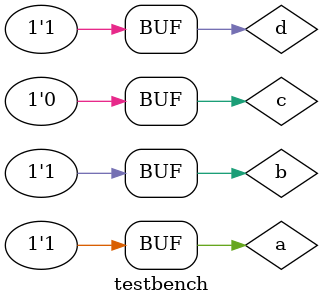
<source format=v>
module testbench;

  reg  a;
  reg  b;
  reg  c;
  wire d;

  //continous assignment
  assign d = a; //whenever a changes, that is going to be assigned to d. This cannot be used inside an initial block.

  initial begin

    //blocking assignment
    {a, c} = 0;
    b = 1;

    #10 a = b;  //a gets updated with the value of b
    c = a;  //c gets the new value of a
    #10 $display("Blocking");
    $display("a = ", a);
    $display("b = ", b);
    $display("c = ", c);

    //non-blocking assignment
    {a, c} = 0;
    b = 1;

    #10 a <= b;  //a gets updated with the value of b
    c <= a;  //c gets the old value of a
    #10 $display("Non-Blocking");
    $display("a = ", a);
    $display("b = ", b);
    $display("c = ", c);

  end


endmodule

</source>
